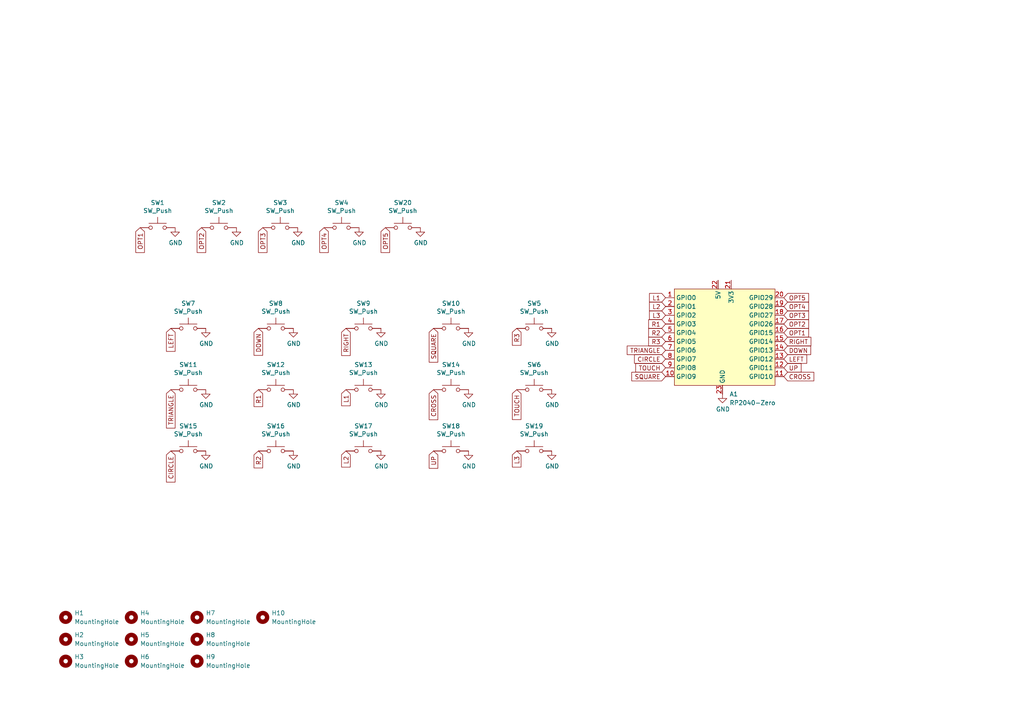
<source format=kicad_sch>
(kicad_sch (version 20230121) (generator eeschema)
  (paper "A4")
  (lib_symbols
    (symbol "Mechanical:MountingHole" (pin_names (offset 1.016))
      (property "Reference" "H" (at 0 5.08 0))
      (property "Value" "MountingHole" (at 0 3.175 0))
      (symbol "MountingHole_0_1"
        (circle (center 0 0) (radius 1.27) (stroke (width 1.27)))
      )
    )
    (symbol "RP2040-Zero:RP2040-Zero"
      (property "Reference" "U" (at 0 1.27 0))
      (property "Value" "RP2040-Zero" (at 0 -1.27 0))
      (symbol "RP2040-Zero_0_1"
        (rectangle (start -13.97 12.7) (end 15.24 -15.24) (fill (type background)))
      )
      (symbol "RP2040-Zero_1_1"
        (pin bidirectional line (at -16.51 10.16 0) (length 2.54) (name "GPIO0") (number "1"))
        (pin bidirectional line (at -16.51 -12.7 0) (length 2.54) (name "GPIO9") (number "10"))
        (pin bidirectional line (at 17.78 -12.7 180) (length 2.54) (name "GPIO10") (number "11"))
        (pin bidirectional line (at 17.78 -10.16 180) (length 2.54) (name "GPIO11") (number "12"))
        (pin bidirectional line (at 17.78 -7.62 180) (length 2.54) (name "GPIO12") (number "13"))
        (pin bidirectional line (at 17.78 -5.08 180) (length 2.54) (name "GPIO13") (number "14"))
        (pin bidirectional line (at 17.78 -2.54 180) (length 2.54) (name "GPIO14") (number "15"))
        (pin bidirectional line (at 17.78 0 180) (length 2.54) (name "GPIO15") (number "16"))
        (pin bidirectional line (at 17.78 2.54 180) (length 2.54) (name "GPIO26") (number "17"))
        (pin bidirectional line (at 17.78 5.08 180) (length 2.54) (name "GPIO27") (number "18"))
        (pin bidirectional line (at 17.78 7.62 180) (length 2.54) (name "GPIO28") (number "19"))
        (pin bidirectional line (at -16.51 7.62 0) (length 2.54) (name "GPIO1") (number "2"))
        (pin bidirectional line (at 17.78 10.16 180) (length 2.54) (name "GPIO29") (number "20"))
        (pin power_out line (at 2.54 15.24 270) (length 2.54) (name "3V3") (number "21"))
        (pin power_in line (at -1.27 15.24 270) (length 2.54) (name "5V") (number "22"))
        (pin power_in line (at 0 -17.78 90) (length 2.54) (name "GND") (number "23"))
        (pin bidirectional line (at -16.51 5.08 0) (length 2.54) (name "GPIO2") (number "3"))
        (pin bidirectional line (at -16.51 2.54 0) (length 2.54) (name "GPIO3") (number "4"))
        (pin bidirectional line (at -16.51 0 0) (length 2.54) (name "GPIO4") (number "5"))
        (pin bidirectional line (at -16.51 -2.54 0) (length 2.54) (name "GPIO5") (number "6"))
        (pin bidirectional line (at -16.51 -5.08 0) (length 2.54) (name "GPIO6") (number "7"))
        (pin bidirectional line (at -16.51 -7.62 0) (length 2.54) (name "GPIO7") (number "8"))
        (pin bidirectional line (at -16.51 -10.16 0) (length 2.54) (name "GPIO8") (number "9"))
      )
    )
    (symbol "Switch:SW_Push" (pin_numbers hide) (pin_names (offset 1.016) hide)
      (property "Reference" "SW" (at 1.27 2.54 0))
      (property "Value" "SW_Push" (at 0 -1.524 0))
      (symbol "SW_Push_0_1"
        (circle (center -2.032 0) (radius 0.508))
        (polyline (pts (xy 0 1.27) (xy 0 3.048)))
        (polyline (pts (xy 2.54 1.27) (xy -2.54 1.27)))
        (circle (center 2.032 0) (radius 0.508))
        (pin passive line (at -5.08 0 0) (length 2.54) (name "1") (number "1"))
        (pin passive line (at 5.08 0 180) (length 2.54) (name "2") (number "2"))
      )
    )
    (symbol "power:GND" (power) (pin_names (offset 0))
      (property "Value" "GND" (at 0 -3.81 0))
      (symbol "GND_0_1"
        (polyline (pts (xy 0 0) (xy 0 -1.27) (xy 1.27 -1.27) (xy 0 -2.54) (xy -1.27 -1.27) (xy 0 -1.27)))
      )
      (symbol "GND_1_1"
        (pin power_in line (at 0 0 270) (length 0) hide (name "GND") (number "1"))
      )
    )
  )
  (global_label "TRIANGLE" (shape input) (at 49.53 113.03 270) (property "Intersheetrefs" "${INTERSHEET_REFS}" (effects hide)))
  (global_label "CROSS" (shape input) (at 125.73 113.03 270) (property "Intersheetrefs" "${INTERSHEET_REFS}" (effects hide)))
  (global_label "R2" (shape input) (at 74.93 130.81 270) (property "Intersheetrefs" "${INTERSHEET_REFS}" (effects hide)))
  (global_label "TRIANGLE" (shape input) (at 193.04 101.6 180) (property "Intersheetrefs" "${INTERSHEET_REFS}" (effects hide)))
  (global_label "RIGHT" (shape input) (at 227.33 99.06 0) (property "Intersheetrefs" "${INTERSHEET_REFS}" (effects hide)))
  (global_label "L2" (shape input) (at 100.33 130.81 270) (property "Intersheetrefs" "${INTERSHEET_REFS}" (effects hide)))
  (global_label "R1" (shape input) (at 74.93 113.03 270) (property "Intersheetrefs" "${INTERSHEET_REFS}" (effects hide)))
  (global_label "RIGHT" (shape input) (at 100.33 95.25 270) (property "Intersheetrefs" "${INTERSHEET_REFS}" (effects hide)))
  (global_label "SQUARE" (shape input) (at 125.73 95.25 270) (property "Intersheetrefs" "${INTERSHEET_REFS}" (effects hide)))
  (global_label "TOUCH" (shape input) (at 149.86 113.03 270) (property "Intersheetrefs" "${INTERSHEET_REFS}" (effects hide)))
  (global_label "TOUCH" (shape input) (at 193.04 106.68 180) (property "Intersheetrefs" "${INTERSHEET_REFS}" (effects hide)))
  (global_label "OPT2" (shape input) (at 58.42 66.04 270) (property "Intersheetrefs" "${INTERSHEET_REFS}" (effects hide)))
  (global_label "UP" (shape input) (at 125.73 130.81 270) (property "Intersheetrefs" "${INTERSHEET_REFS}" (effects hide)))
  (global_label "UP" (shape input) (at 227.33 106.68 0) (property "Intersheetrefs" "${INTERSHEET_REFS}" (effects hide)))
  (global_label "L3" (shape input) (at 149.86 130.81 270) (property "Intersheetrefs" "${INTERSHEET_REFS}" (effects hide)))
  (global_label "OPT5" (shape input) (at 111.76 66.04 270) (property "Intersheetrefs" "${INTERSHEET_REFS}" (effects hide)))
  (global_label "R2" (shape input) (at 193.04 96.52 180) (property "Intersheetrefs" "${INTERSHEET_REFS}" (effects hide)))
  (global_label "OPT2" (shape input) (at 227.33 93.98 0) (property "Intersheetrefs" "${INTERSHEET_REFS}" (effects hide)))
  (global_label "CIRCLE" (shape input) (at 193.04 104.14 180) (property "Intersheetrefs" "${INTERSHEET_REFS}" (effects hide)))
  (global_label "R1" (shape input) (at 193.04 93.98 180) (property "Intersheetrefs" "${INTERSHEET_REFS}" (effects hide)))
  (global_label "SQUARE" (shape input) (at 193.04 109.22 180) (property "Intersheetrefs" "${INTERSHEET_REFS}" (effects hide)))
  (global_label "OPT3" (shape input) (at 227.33 91.44 0) (property "Intersheetrefs" "${INTERSHEET_REFS}" (effects hide)))
  (global_label "DOWN" (shape input) (at 74.93 95.25 270) (property "Intersheetrefs" "${INTERSHEET_REFS}" (effects hide)))
  (global_label "DOWN" (shape input) (at 227.33 101.6 0) (property "Intersheetrefs" "${INTERSHEET_REFS}" (effects hide)))
  (global_label "OPT5" (shape input) (at 227.33 86.36 0) (property "Intersheetrefs" "${INTERSHEET_REFS}" (effects hide)))
  (global_label "LEFT" (shape input) (at 227.33 104.14 0) (property "Intersheetrefs" "${INTERSHEET_REFS}" (effects hide)))
  (global_label "L1" (shape input) (at 193.04 86.36 180) (property "Intersheetrefs" "${INTERSHEET_REFS}" (effects hide)))
  (global_label "L2" (shape input) (at 193.04 88.9 180) (property "Intersheetrefs" "${INTERSHEET_REFS}" (effects hide)))
  (global_label "R3" (shape input) (at 193.04 99.06 180) (property "Intersheetrefs" "${INTERSHEET_REFS}" (effects hide)))
  (global_label "LEFT" (shape input) (at 49.53 95.25 270) (property "Intersheetrefs" "${INTERSHEET_REFS}" (effects hide)))
  (global_label "CROSS" (shape input) (at 227.33 109.22 0) (property "Intersheetrefs" "${INTERSHEET_REFS}" (effects hide)))
  (global_label "OPT4" (shape input) (at 93.98 66.04 270) (property "Intersheetrefs" "${INTERSHEET_REFS}" (effects hide)))
  (global_label "R3" (shape input) (at 149.86 95.25 270) (property "Intersheetrefs" "${INTERSHEET_REFS}" (effects hide)))
  (global_label "L1" (shape input) (at 100.33 113.03 270) (property "Intersheetrefs" "${INTERSHEET_REFS}" (effects hide)))
  (global_label "CIRCLE" (shape input) (at 49.53 130.81 270) (property "Intersheetrefs" "${INTERSHEET_REFS}" (effects hide)))
  (global_label "OPT1" (shape input) (at 40.64 66.04 270) (property "Intersheetrefs" "${INTERSHEET_REFS}" (effects hide)))
  (global_label "OPT1" (shape input) (at 227.33 96.52 0) (property "Intersheetrefs" "${INTERSHEET_REFS}" (effects hide)))
  (global_label "OPT3" (shape input) (at 76.2 66.04 270) (property "Intersheetrefs" "${INTERSHEET_REFS}" (effects hide)))
  (global_label "OPT4" (shape input) (at 227.33 88.9 0) (property "Intersheetrefs" "${INTERSHEET_REFS}" (effects hide)))
  (global_label "L3" (shape input) (at 193.04 91.44 180) (property "Intersheetrefs" "${INTERSHEET_REFS}" (effects hide)))
  (symbol (lib_id "Switch:SW_Push") (at 45.72 66.04 0) (unit 1)
    (property "Reference" "SW1" (at 45.72 58.801 0))
    (property "Value" "SW_Push" (at 45.72 61.1124 0))
    (property "Footprint" "Button_Switch_THT:SW_PUSH_6mm_H5mm" (effects hide))
  )
  (symbol (lib_id "Switch:SW_Push") (at 63.5 66.04 0) (unit 1)
    (property "Reference" "SW2" (at 63.5 58.801 0))
    (property "Value" "SW_Push" (at 63.5 61.1124 0))
    (property "Footprint" "Button_Switch_THT:SW_PUSH_6mm_H5mm" (effects hide))
  )
  (symbol (lib_id "Switch:SW_Push") (at 81.28 66.04 0) (unit 1)
    (property "Reference" "SW3" (at 81.28 58.801 0))
    (property "Value" "SW_Push" (at 81.28 61.1124 0))
    (property "Footprint" "Button_Switch_THT:SW_PUSH_6mm_H5mm" (effects hide))
  )
  (symbol (lib_id "Switch:SW_Push") (at 99.06 66.04 0) (unit 1)
    (property "Reference" "SW4" (at 99.06 58.801 0))
    (property "Value" "SW_Push" (at 99.06 61.1124 0))
    (property "Footprint" "Button_Switch_THT:SW_PUSH_6mm_H5mm" (effects hide))
  )
  (symbol (lib_id "Switch:SW_Push") (at 154.94 95.25 0) (unit 1)
    (property "Reference" "SW5" (at 154.94 88.011 0))
    (property "Value" "SW_Push" (at 154.94 90.3224 0))
    (property "Footprint" "Kailh:Kailh_socket_PG1350_optional" (effects hide))
  )
  (symbol (lib_id "Switch:SW_Push") (at 154.94 113.03 0) (unit 1)
    (property "Reference" "SW6" (at 154.94 105.791 0))
    (property "Value" "SW_Push" (at 154.94 108.1024 0))
    (property "Footprint" "Kailh:Kailh_socket_PG1350_optional" (effects hide))
  )
  (symbol (lib_id "power:GND") (at 50.8 66.04 0) (unit 1)
    (property "Reference" "#PWR01" (effects hide))
    (property "Value" "GND" (at 50.927 70.4342 0))
  )
  (symbol (lib_id "power:GND") (at 68.58 66.04 0) (unit 1)
    (property "Reference" "#PWR02" (effects hide))
    (property "Value" "GND" (at 68.707 70.4342 0))
  )
  (symbol (lib_id "power:GND") (at 86.36 66.04 0) (unit 1)
    (property "Reference" "#PWR03" (effects hide))
    (property "Value" "GND" (at 86.487 70.4342 0))
  )
  (symbol (lib_id "power:GND") (at 104.14 66.04 0) (unit 1)
    (property "Reference" "#PWR04" (effects hide))
    (property "Value" "GND" (at 104.267 70.4342 0))
  )
  (symbol (lib_id "power:GND") (at 160.02 95.25 0) (unit 1)
    (property "Reference" "#PWR05" (effects hide))
    (property "Value" "GND" (at 160.147 99.6442 0))
  )
  (symbol (lib_id "power:GND") (at 160.02 113.03 0) (unit 1)
    (property "Reference" "#PWR06" (effects hide))
    (property "Value" "GND" (at 160.147 117.4242 0))
  )
  (symbol (lib_id "Switch:SW_Push") (at 54.61 95.25 0) (unit 1)
    (property "Reference" "SW7" (at 54.61 88.011 0))
    (property "Value" "SW_Push" (at 54.61 90.3224 0))
    (property "Footprint" "Kailh:Kailh_socket_PG1350_optional" (effects hide))
  )
  (symbol (lib_id "Switch:SW_Push") (at 130.81 130.81 0) (unit 1)
    (property "Reference" "SW18" (at 130.81 123.571 0))
    (property "Value" "SW_Push" (at 130.81 125.8824 0))
    (property "Footprint" "Kailh:Kailh_socket_PG1350_optional" (effects hide))
  )
  (symbol (lib_id "Switch:SW_Push") (at 80.01 113.03 0) (unit 1)
    (property "Reference" "SW12" (at 80.01 105.791 0))
    (property "Value" "SW_Push" (at 80.01 108.1024 0))
    (property "Footprint" "Kailh:Kailh_socket_PG1350_optional" (effects hide))
  )
  (symbol (lib_id "Switch:SW_Push") (at 54.61 130.81 0) (unit 1)
    (property "Reference" "SW15" (at 54.61 123.571 0))
    (property "Value" "SW_Push" (at 54.61 125.8824 0))
    (property "Footprint" "Kailh:Kailh_socket_PG1350_optional" (effects hide))
  )
  (symbol (lib_id "Switch:SW_Push") (at 80.01 95.25 0) (unit 1)
    (property "Reference" "SW8" (at 80.01 88.011 0))
    (property "Value" "SW_Push" (at 80.01 90.3224 0))
    (property "Footprint" "Kailh:Kailh_socket_PG1350_optional" (effects hide))
  )
  (symbol (lib_id "Switch:SW_Push") (at 130.81 95.25 0) (unit 1)
    (property "Reference" "SW10" (at 130.81 88.011 0))
    (property "Value" "SW_Push" (at 130.81 90.3224 0))
    (property "Footprint" "Kailh:Kailh_socket_PG1350_optional" (effects hide))
  )
  (symbol (lib_id "Switch:SW_Push") (at 105.41 113.03 0) (unit 1)
    (property "Reference" "SW13" (at 105.41 105.791 0))
    (property "Value" "SW_Push" (at 105.41 108.1024 0))
    (property "Footprint" "Kailh:Kailh_socket_PG1350_optional" (effects hide))
  )
  (symbol (lib_id "Switch:SW_Push") (at 80.01 130.81 0) (unit 1)
    (property "Reference" "SW16" (at 80.01 123.571 0))
    (property "Value" "SW_Push" (at 80.01 125.8824 0))
    (property "Footprint" "Kailh:Kailh_socket_PG1350_optional" (effects hide))
  )
  (symbol (lib_id "Switch:SW_Push") (at 105.41 95.25 0) (unit 1)
    (property "Reference" "SW9" (at 105.41 88.011 0))
    (property "Value" "SW_Push" (at 105.41 90.3224 0))
    (property "Footprint" "Kailh:Kailh_socket_PG1350_optional" (effects hide))
  )
  (symbol (lib_id "Switch:SW_Push") (at 54.61 113.03 0) (unit 1)
    (property "Reference" "SW11" (at 54.61 105.791 0))
    (property "Value" "SW_Push" (at 54.61 108.1024 0))
    (property "Footprint" "Kailh:Kailh_socket_PG1350_optional" (effects hide))
  )
  (symbol (lib_id "Switch:SW_Push") (at 130.81 113.03 0) (unit 1)
    (property "Reference" "SW14" (at 130.81 105.791 0))
    (property "Value" "SW_Push" (at 130.81 108.1024 0))
    (property "Footprint" "Kailh:Kailh_socket_PG1350_optional" (effects hide))
  )
  (symbol (lib_id "Switch:SW_Push") (at 105.41 130.81 0) (unit 1)
    (property "Reference" "SW17" (at 105.41 123.571 0))
    (property "Value" "SW_Push" (at 105.41 125.8824 0))
    (property "Footprint" "Kailh:Kailh_socket_PG1350_optional" (effects hide))
  )
  (symbol (lib_id "power:GND") (at 59.69 95.25 0) (unit 1)
    (property "Reference" "#PWR07" (effects hide))
    (property "Value" "GND" (at 59.817 99.6442 0))
  )
  (symbol (lib_id "power:GND") (at 135.89 130.81 0) (unit 1)
    (property "Reference" "#PWR018" (effects hide))
    (property "Value" "GND" (at 136.017 135.2042 0))
  )
  (symbol (lib_id "power:GND") (at 85.09 113.03 0) (unit 1)
    (property "Reference" "#PWR012" (effects hide))
    (property "Value" "GND" (at 85.217 117.4242 0))
  )
  (symbol (lib_id "power:GND") (at 59.69 130.81 0) (unit 1)
    (property "Reference" "#PWR015" (effects hide))
    (property "Value" "GND" (at 59.817 135.2042 0))
  )
  (symbol (lib_id "power:GND") (at 85.09 95.25 0) (unit 1)
    (property "Reference" "#PWR08" (effects hide))
    (property "Value" "GND" (at 85.217 99.6442 0))
  )
  (symbol (lib_id "power:GND") (at 135.89 95.25 0) (unit 1)
    (property "Reference" "#PWR010" (effects hide))
    (property "Value" "GND" (at 136.017 99.6442 0))
  )
  (symbol (lib_id "power:GND") (at 110.49 113.03 0) (unit 1)
    (property "Reference" "#PWR013" (effects hide))
    (property "Value" "GND" (at 110.617 117.4242 0))
  )
  (symbol (lib_id "power:GND") (at 85.09 130.81 0) (unit 1)
    (property "Reference" "#PWR016" (effects hide))
    (property "Value" "GND" (at 85.217 135.2042 0))
  )
  (symbol (lib_id "power:GND") (at 110.49 130.81 0) (unit 1)
    (property "Reference" "#PWR017" (effects hide))
    (property "Value" "GND" (at 110.617 135.2042 0))
  )
  (symbol (lib_id "power:GND") (at 135.89 113.03 0) (unit 1)
    (property "Reference" "#PWR014" (effects hide))
    (property "Value" "GND" (at 136.017 117.4242 0))
  )
  (symbol (lib_id "power:GND") (at 59.69 113.03 0) (unit 1)
    (property "Reference" "#PWR011" (effects hide))
    (property "Value" "GND" (at 59.817 117.4242 0))
  )
  (symbol (lib_id "power:GND") (at 110.49 95.25 0) (unit 1)
    (property "Reference" "#PWR09" (effects hide))
    (property "Value" "GND" (at 110.617 99.6442 0))
  )
  (symbol (lib_id "power:GND") (at 209.55 114.3 0) (unit 1)
    (property "Reference" "#PWR0102" (effects hide))
    (property "Value" "GND" (at 209.677 118.6942 0))
  )
  (symbol (lib_id "Switch:SW_Push") (at 154.94 130.81 0) (unit 1)
    (property "Reference" "SW19" (at 154.94 123.571 0))
    (property "Value" "SW_Push" (at 154.94 125.8824 0))
    (property "Footprint" "Kailh:Kailh_socket_PG1350_optional" (effects hide))
  )
  (symbol (lib_id "Mechanical:MountingHole") (at 19.05 191.77 0) (unit 1)
    (property "Reference" "H3" (at 21.59 190.4999 0) (effects (justify left)))
    (property "Value" "MountingHole" (at 21.59 193.0399 0) (effects (justify left)))
    (property "Footprint" "MountingHole:MountingHole_6.4mm_M6" (effects hide))
  )
  (symbol (lib_id "Mechanical:MountingHole") (at 57.15 191.77 0) (unit 1)
    (property "Reference" "H9" (at 59.69 190.4999 0) (effects (justify left)))
    (property "Value" "MountingHole" (at 59.69 193.0399 0) (effects (justify left)))
    (property "Footprint" "MountingHole:MountingHole_6.4mm_M6" (effects hide))
  )
  (symbol (lib_id "Switch:SW_Push") (at 116.84 66.04 0) (unit 1)
    (property "Reference" "SW20" (at 116.84 58.801 0))
    (property "Value" "SW_Push" (at 116.84 61.1124 0))
    (property "Footprint" "Button_Switch_THT:SW_PUSH_6mm_H5mm" (effects hide))
  )
  (symbol (lib_id "Mechanical:MountingHole") (at 19.05 179.07 0) (unit 1)
    (property "Reference" "H1" (at 21.59 177.7999 0) (effects (justify left)))
    (property "Value" "MountingHole" (at 21.59 180.3399 0) (effects (justify left)))
    (property "Footprint" "MountingHole:MountingHole_6.4mm_M6" (effects hide))
  )
  (symbol (lib_id "Mechanical:MountingHole") (at 57.15 179.07 0) (unit 1)
    (property "Reference" "H7" (at 59.69 177.7999 0) (effects (justify left)))
    (property "Value" "MountingHole" (at 59.69 180.3399 0) (effects (justify left)))
    (property "Footprint" "MountingHole:MountingHole_6.4mm_M6" (effects hide))
  )
  (symbol (lib_id "Mechanical:MountingHole") (at 76.2 179.07 0) (unit 1)
    (property "Reference" "H10" (at 78.74 177.7999 0) (effects (justify left)))
    (property "Value" "MountingHole" (at 78.74 180.3399 0) (effects (justify left)))
    (property "Footprint" "MountingHole:MountingHole_6.4mm_M6" (effects hide))
  )
  (symbol (lib_id "Mechanical:MountingHole") (at 38.1 179.07 0) (unit 1)
    (property "Reference" "H4" (at 40.64 177.7999 0) (effects (justify left)))
    (property "Value" "MountingHole" (at 40.64 180.3399 0) (effects (justify left)))
    (property "Footprint" "MountingHole:MountingHole_6.4mm_M6" (effects hide))
  )
  (symbol (lib_id "power:GND") (at 121.92 66.04 0) (unit 1)
    (property "Reference" "#PWR020" (effects hide))
    (property "Value" "GND" (at 122.047 70.4342 0))
  )
  (symbol (lib_id "RP2040-Zero:RP2040-Zero") (at 209.55 96.52 0) (unit 1)
    (property "Reference" "A1" (at 211.5694 114.3 0) (effects (justify left)))
    (property "Value" "RP2040-Zero" (at 211.5694 116.84 0) (effects (justify left)))
    (property "Footprint" "RP2040-Zero:RP2040-Zero" (effects hide))
  )
  (symbol (lib_id "Mechanical:MountingHole") (at 38.1 185.42 0) (unit 1)
    (property "Reference" "H5" (at 40.64 184.1499 0) (effects (justify left)))
    (property "Value" "MountingHole" (at 40.64 186.6899 0) (effects (justify left)))
    (property "Footprint" "MountingHole:MountingHole_6.4mm_M6" (effects hide))
  )
  (symbol (lib_id "power:GND") (at 160.02 130.81 0) (unit 1)
    (property "Reference" "#PWR019" (effects hide))
    (property "Value" "GND" (at 160.147 135.2042 0))
  )
  (symbol (lib_id "Mechanical:MountingHole") (at 57.15 185.42 0) (unit 1)
    (property "Reference" "H8" (at 59.69 184.1499 0) (effects (justify left)))
    (property "Value" "MountingHole" (at 59.69 186.6899 0) (effects (justify left)))
    (property "Footprint" "MountingHole:MountingHole_6.4mm_M6" (effects hide))
  )
  (symbol (lib_id "Mechanical:MountingHole") (at 38.1 191.77 0) (unit 1)
    (property "Reference" "H6" (at 40.64 190.4999 0) (effects (justify left)))
    (property "Value" "MountingHole" (at 40.64 193.0399 0) (effects (justify left)))
    (property "Footprint" "MountingHole:MountingHole_6.4mm_M6" (effects hide))
  )
  (symbol (lib_id "Mechanical:MountingHole") (at 19.05 185.42 0) (unit 1)
    (property "Reference" "H2" (at 21.59 184.1499 0) (effects (justify left)))
    (property "Value" "MountingHole" (at 21.59 186.6899 0) (effects (justify left)))
    (property "Footprint" "MountingHole:MountingHole_6.4mm_M6" (effects hide))
  )
)
</source>
